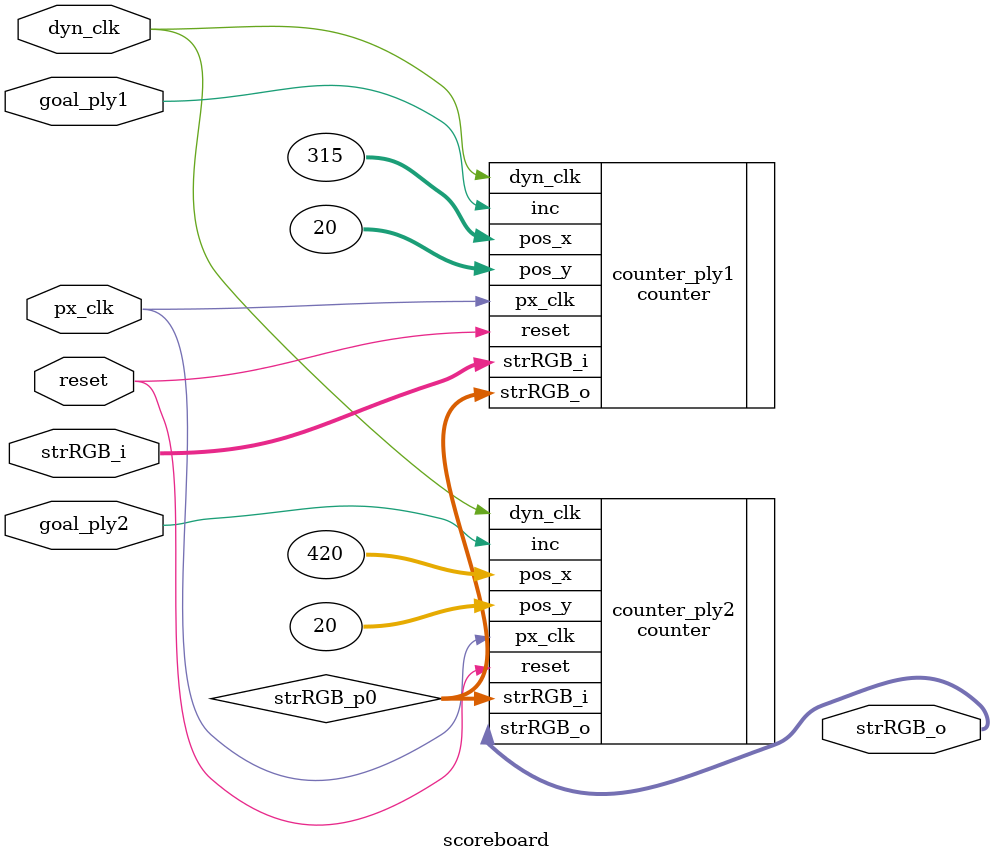
<source format=v>
module scoreboard (
    input  wire        px_clk,      // Pixel clock.
    input  wire [25:0] strRGB_i,    // Input RGB stream.
    input  wire        dyn_clk,     // Dynamic clock.
    input  wire        reset,       // Reset scoreboard.
    input  wire        goal_ply1,   // Increment goal for player 1.
    input  wire        goal_ply2,   // Increment goal for player 2.
    output wire [25:0] strRGB_o     // Output RGB stream.
);

    // Screen dimentions.
    parameter width_screen  = 800;
    parameter width_digit   = 30;
    parameter separator     = 5;
    parameter width_counter = 2*width_digit + separator;
    parameter offset        = 20;

    // Calculate digits positions.
    localparam pos_xply1 = width_screen/2 - width_counter - offset;
    localparam pos_xply2 = width_screen/2 + offset;
    localparam pos_y = offset;

    // Scoreboard color.
    localparam yellow = 3'b110;

    // Wire conections.
    wire [25:0] strRGB_p0;

    // Draw counter goals player 1.
    counter #(
        .color (yellow)
    )
    counter_ply1
    (
        .px_clk (px_clk),
        .strRGB_i (strRGB_i),
        .pos_x (pos_xply1),
        .pos_y (pos_y),
        .dyn_clk (dyn_clk),
        .reset (reset),
        .inc (goal_ply1),
        .strRGB_o (strRGB_p0)
    );

    // Draw counter goals player 2.
    counter #(
        .color (yellow)
    )
    counter_ply2
    (
        .px_clk (px_clk),
        .strRGB_i (strRGB_p0),
        .pos_x (pos_xply2),
        .pos_y (pos_y),
        .dyn_clk (dyn_clk),
        .reset (reset),
        .inc (goal_ply2),
        .strRGB_o (strRGB_o)
    );

endmodule

</source>
